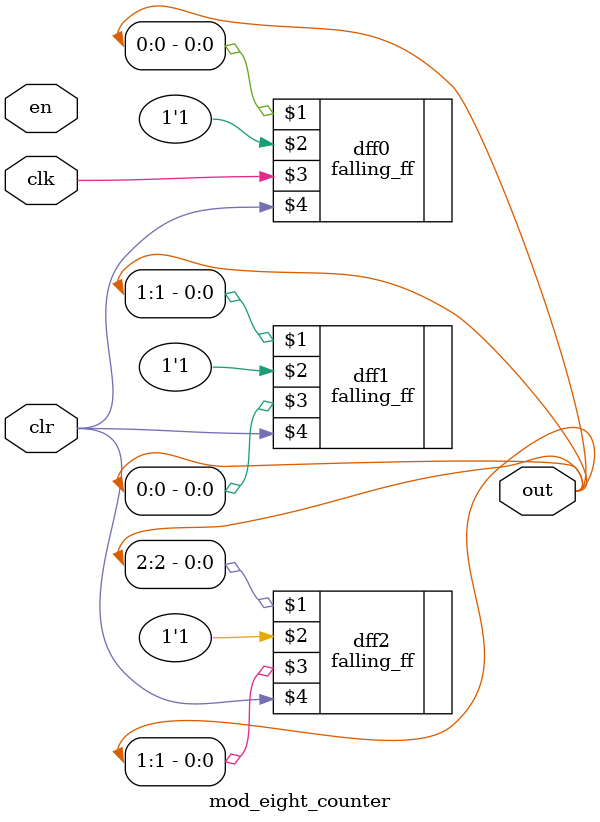
<source format=v>
module mod_eight_counter(out, clk, clr, en);

    input clk, clr, en;
    output [2:0] out;

    falling_ff dff0(out[0], 1'b1, clk, clr);
    falling_ff dff1(out[1], 1'b1, out[0], clr);
    falling_ff dff2(out[2], 1'b1, out[1], clr);
endmodule
</source>
